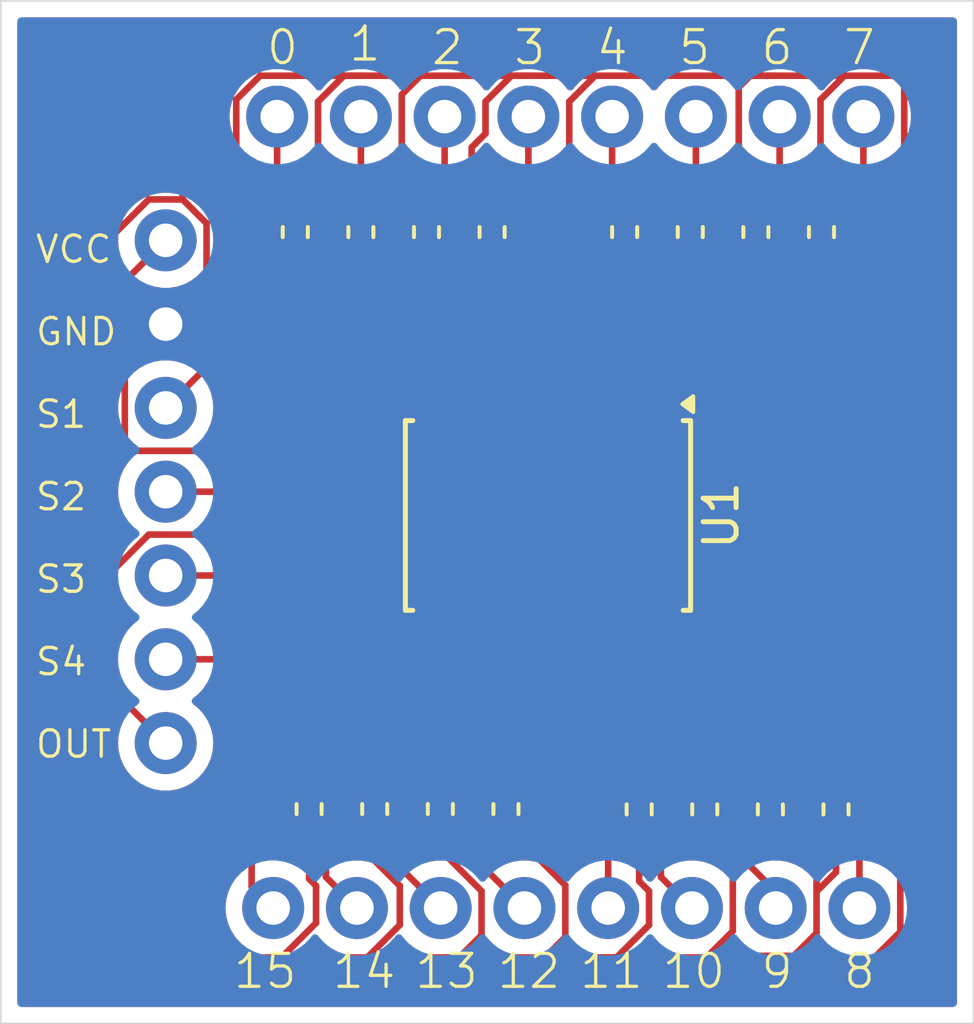
<source format=kicad_pcb>
(kicad_pcb (version 20240108) (generator "pcbnew") (generator_version "8.0")
  (layers (0 "F.Cu" signal) (31 "B.Cu" signal) (34 "B.Paste" user) (35 "F.Paste" user) (36 "B.SilkS" user "B.Silkscreen") (37 "F.SilkS" user "F.Silkscreen") (38 "B.Mask" user) (39 "F.Mask" user) (44 "Edge.Cuts" user))
  (net 0 "")
  (net 1 "/IN3")
  (net 2 "/IN7")
  (net 3 "/IN6")
  (net 4 "/IN0")
  (net 5 "/IN1")
  (net 6 "/IN2")
  (net 7 "/IN5")
  (net 8 "/IN4")
  (net 9 "/IN12")
  (net 10 "/IN13")
  (net 11 "/IN11")
  (net 12 "/IN9")
  (net 13 "/IN8")
  (net 14 "/IN10")
  (net 15 "/IN15")
  (net 16 "/IN14")
  (net 17 "/GND")
  (net 18 "/S1")
  (net 19 "/S4")
  (net 20 "/OUT")
  (net 21 "/VCC")
  (net 22 "/S2")
  (net 23 "/S3")
  (footprint "SparkFun-Resistor:R_0402_1005Metric" (layer "F.Cu") (at 87.86 63.51 -90)
    (property "Reference" "R12")
    (property "Value" "1k")
    (fp_line (start -0.153641 0.38) (end 0.153641 0.38) (stroke (width 0.12)) (layer "F.SilkS"))
    (fp_line (start -0.153641 -0.38) (end 0.153641 -0.38) (stroke (width 0.12)) (layer "F.SilkS"))
    (pad "1" smd roundrect (at -0.51 0 270) (size 0.54 0.64) (layers "F.Cu" "F.Paste" "F.Mask") (net 11 "/IN11"))
    (pad "2" smd roundrect (at 0.51 0 270) (size 0.54 0.64) (layers "F.Cu" "F.Paste" "F.Mask") (net 17 "/GND"))
  )
  (footprint "SparkFun-Connector:1x07" (layer "F.Cu") (at 73.5 61.5 90)
    (property "Reference" "J3")
    (property "Value" "Conn_01x07")
    (pad "1" thru_hole circle (at 0 0 180) (size 1.8796 1.8796) (drill 1.016) (layers "*.Cu" "*.Mask") (net 20 "/OUT"))
    (pad "2" thru_hole circle (at 2.54 0 180) (size 1.8796 1.8796) (drill 1.016) (layers "*.Cu" "*.Mask") (net 19 "/S4"))
    (pad "3" thru_hole circle (at 5.08 0 180) (size 1.8796 1.8796) (drill 1.016) (layers "*.Cu" "*.Mask") (net 23 "/S3"))
    (pad "4" thru_hole circle (at 7.62 0 180) (size 1.8796 1.8796) (drill 1.016) (layers "*.Cu" "*.Mask") (net 22 "/S2"))
    (pad "5" thru_hole circle (at 10.16 0 180) (size 1.8796 1.8796) (drill 1.016) (layers "*.Cu" "*.Mask") (net 18 "/S1"))
    (pad "6" thru_hole circle (at 12.7 0 180) (size 1.8796 1.8796) (drill 1.016) (layers "*.Cu" "*.Mask") (net 17 "/GND"))
    (pad "7" thru_hole circle (at 15.24 0 180) (size 1.8796 1.8796) (drill 1.016) (layers "*.Cu" "*.Mask") (net 21 "/VCC"))
  )
  (footprint "SparkFun-Resistor:R_0402_1005Metric" (layer "F.Cu") (at 79.84 63.5 -90)
    (property "Reference" "R15")
    (property "Value" "1k")
    (fp_line (start -0.153641 0.38) (end 0.153641 0.38) (stroke (width 0.12)) (layer "F.SilkS"))
    (fp_line (start -0.153641 -0.38) (end 0.153641 -0.38) (stroke (width 0.12)) (layer "F.SilkS"))
    (pad "1" smd roundrect (at -0.51 0 270) (size 0.54 0.64) (layers "F.Cu" "F.Paste" "F.Mask") (net 16 "/IN14"))
    (pad "2" smd roundrect (at 0.51 0 270) (size 0.54 0.64) (layers "F.Cu" "F.Paste" "F.Mask") (net 17 "/GND"))
  )
  (footprint "SparkFun-Resistor:R_0402_1005Metric" (layer "F.Cu") (at 89.41 46.01 90)
    (property "Reference" "R6")
    (property "Value" "1k")
    (fp_line (start -0.153641 -0.38) (end 0.153641 -0.38) (stroke (width 0.12)) (layer "F.SilkS"))
    (fp_line (start -0.153641 0.38) (end 0.153641 0.38) (stroke (width 0.12)) (layer "F.SilkS"))
    (pad "1" smd roundrect (at -0.51 0 90) (size 0.54 0.64) (layers "F.Cu" "F.Paste" "F.Mask") (net 17 "/GND"))
    (pad "2" smd roundrect (at 0.51 0 90) (size 0.54 0.64) (layers "F.Cu" "F.Paste" "F.Mask") (net 7 "/IN5"))
  )
  (footprint "Package_SO:SSOP-24_5.3x8.2mm_P0.65mm" (layer "F.Cu") (at 85.095 54.6 -90)
    (property "Reference" "U1" (at 0 -5.25 90) (layer "F.SilkS"))
    (property "Value" "CD74HC4067SM")
    (fp_line (start -2.875 4.325) (end 2.875 4.325) (stroke (width 0.15)) (layer "F.SilkS"))
    (fp_line (start -2.875 4.325) (end -2.875 4.1) (stroke (width 0.15)) (layer "F.SilkS"))
    (fp_line (start 2.875 4.325) (end 2.875 4.1) (stroke (width 0.15)) (layer "F.SilkS"))
    (fp_line (start -2.875 -4.325) (end -2.875 -4.1) (stroke (width 0.15)) (layer "F.SilkS"))
    (fp_line (start -2.875 -4.325) (end 2.875 -4.325) (stroke (width 0.15)) (layer "F.SilkS"))
    (fp_line (start 2.875 -4.325) (end 2.875 -4.1) (stroke (width 0.15)) (layer "F.SilkS"))
    (fp_poly (pts (xy -3.375 -4.075) (xy -3.615 -4.405) (xy -3.135 -4.405) (xy -3.375 -4.075)) (stroke (width 0.12)) (fill solid) (layer "F.SilkS"))
    (pad "1" smd rect (at -3.6 -3.575 270) (size 1.75 0.45) (layers "F.Cu" "F.Paste" "F.Mask") (net 20 "/OUT"))
    (pad "2" smd rect (at -3.6 -2.925 270) (size 1.75 0.45) (layers "F.Cu" "F.Paste" "F.Mask") (net 2 "/IN7"))
    (pad "3" smd rect (at -3.6 -2.275 270) (size 1.75 0.45) (layers "F.Cu" "F.Paste" "F.Mask") (net 3 "/IN6"))
    (pad "4" smd rect (at -3.6 -1.625 270) (size 1.75 0.45) (layers "F.Cu" "F.Paste" "F.Mask") (net 7 "/IN5"))
    (pad "5" smd rect (at -3.6 -0.975 270) (size 1.75 0.45) (layers "F.Cu" "F.Paste" "F.Mask") (net 8 "/IN4"))
    (pad "6" smd rect (at -3.6 -0.325 270) (size 1.75 0.45) (layers "F.Cu" "F.Paste" "F.Mask") (net 1 "/IN3"))
    (pad "7" smd rect (at -3.6 0.325 270) (size 1.75 0.45) (layers "F.Cu" "F.Paste" "F.Mask") (net 6 "/IN2"))
    (pad "8" smd rect (at -3.6 0.975 270) (size 1.75 0.45) (layers "F.Cu" "F.Paste" "F.Mask") (net 5 "/IN1"))
    (pad "9" smd rect (at -3.6 1.625 270) (size 1.75 0.45) (layers "F.Cu" "F.Paste" "F.Mask") (net 4 "/IN0"))
    (pad "10" smd rect (at -3.6 2.275 270) (size 1.75 0.45) (layers "F.Cu" "F.Paste" "F.Mask") (net 18 "/S1"))
    (pad "11" smd rect (at -3.6 2.925 270) (size 1.75 0.45) (layers "F.Cu" "F.Paste" "F.Mask") (net 22 "/S2"))
    (pad "12" smd rect (at -3.6 3.575 270) (size 1.75 0.45) (layers "F.Cu" "F.Paste" "F.Mask") (net 17 "/GND"))
    (pad "13" smd rect (at 3.6 3.575 270) (size 1.75 0.45) (layers "F.Cu" "F.Paste" "F.Mask") (net 19 "/S4"))
    (pad "14" smd rect (at 3.6 2.925 270) (size 1.75 0.45) (layers "F.Cu" "F.Paste" "F.Mask") (net 23 "/S3"))
    (pad "15" smd rect (at 3.6 2.275 270) (size 1.75 0.45) (layers "F.Cu" "F.Paste" "F.Mask") (net 17 "/GND"))
    (pad "16" smd rect (at 3.6 1.625 270) (size 1.75 0.45) (layers "F.Cu" "F.Paste" "F.Mask") (net 15 "/IN15"))
    (pad "17" smd rect (at 3.6 0.975 270) (size 1.75 0.45) (layers "F.Cu" "F.Paste" "F.Mask") (net 16 "/IN14"))
    (pad "18" smd rect (at 3.6 0.325 270) (size 1.75 0.45) (layers "F.Cu" "F.Paste" "F.Mask") (net 10 "/IN13"))
    (pad "19" smd rect (at 3.6 -0.325 270) (size 1.75 0.45) (layers "F.Cu" "F.Paste" "F.Mask") (net 9 "/IN12"))
    (pad "20" smd rect (at 3.6 -0.975 270) (size 1.75 0.45) (layers "F.Cu" "F.Paste" "F.Mask") (net 11 "/IN11"))
    (pad "21" smd rect (at 3.6 -1.625 270) (size 1.75 0.45) (layers "F.Cu" "F.Paste" "F.Mask") (net 14 "/IN10"))
    (pad "22" smd rect (at 3.6 -2.275 270) (size 1.75 0.45) (layers "F.Cu" "F.Paste" "F.Mask") (net 12 "/IN9"))
    (pad "23" smd rect (at 3.6 -2.925 270) (size 1.75 0.45) (layers "F.Cu" "F.Paste" "F.Mask") (net 13 "/IN8"))
    (pad "24" smd rect (at 3.6 -3.575 270) (size 1.75 0.45) (layers "F.Cu" "F.Paste" "F.Mask") (net 21 "/VCC"))
  )
  (footprint "SparkFun-Resistor:R_0402_1005Metric" (layer "F.Cu") (at 77.85 63.5 -90)
    (property "Reference" "R16")
    (property "Value" "1k")
    (fp_line (start -0.153641 0.38) (end 0.153641 0.38) (stroke (width 0.12)) (layer "F.SilkS"))
    (fp_line (start -0.153641 -0.38) (end 0.153641 -0.38) (stroke (width 0.12)) (layer "F.SilkS"))
    (pad "1" smd roundrect (at -0.51 0 270) (size 0.54 0.64) (layers "F.Cu" "F.Paste" "F.Mask") (net 15 "/IN15"))
    (pad "2" smd roundrect (at 0.51 0 270) (size 0.54 0.64) (layers "F.Cu" "F.Paste" "F.Mask") (net 17 "/GND"))
  )
  (footprint "SparkFun-Resistor:R_0402_1005Metric" (layer "F.Cu") (at 83.4 46.01 90)
    (property "Reference" "R4")
    (property "Value" "1k")
    (fp_line (start -0.153641 -0.38) (end 0.153641 -0.38) (stroke (width 0.12)) (layer "F.SilkS"))
    (fp_line (start -0.153641 0.38) (end 0.153641 0.38) (stroke (width 0.12)) (layer "F.SilkS"))
    (pad "1" smd roundrect (at -0.51 0 90) (size 0.54 0.64) (layers "F.Cu" "F.Paste" "F.Mask") (net 17 "/GND"))
    (pad "2" smd roundrect (at 0.51 0 90) (size 0.54 0.64) (layers "F.Cu" "F.Paste" "F.Mask") (net 1 "/IN3"))
  )
  (footprint "SparkFun-Resistor:R_0402_1005Metric" (layer "F.Cu") (at 79.42 46.01 90)
    (property "Reference" "R2")
    (property "Value" "1k")
    (fp_line (start -0.153641 -0.38) (end 0.153641 -0.38) (stroke (width 0.12)) (layer "F.SilkS"))
    (fp_line (start -0.153641 0.38) (end 0.153641 0.38) (stroke (width 0.12)) (layer "F.SilkS"))
    (pad "1" smd roundrect (at -0.51 0 90) (size 0.54 0.64) (layers "F.Cu" "F.Paste" "F.Mask") (net 17 "/GND"))
    (pad "2" smd roundrect (at 0.51 0 90) (size 0.54 0.64) (layers "F.Cu" "F.Paste" "F.Mask") (net 5 "/IN1"))
  )
  (footprint "SparkFun-Resistor:R_0402_1005Metric" (layer "F.Cu") (at 81.83 63.5 -90)
    (property "Reference" "R14")
    (property "Value" "1k")
    (fp_line (start -0.153641 0.38) (end 0.153641 0.38) (stroke (width 0.12)) (layer "F.SilkS"))
    (fp_line (start -0.153641 -0.38) (end 0.153641 -0.38) (stroke (width 0.12)) (layer "F.SilkS"))
    (pad "1" smd roundrect (at -0.51 0 270) (size 0.54 0.64) (layers "F.Cu" "F.Paste" "F.Mask") (net 10 "/IN13"))
    (pad "2" smd roundrect (at 0.51 0 270) (size 0.54 0.64) (layers "F.Cu" "F.Paste" "F.Mask") (net 17 "/GND"))
  )
  (footprint "SparkFun-Resistor:R_0402_1005Metric" (layer "F.Cu") (at 91.4 46.01 90)
    (property "Reference" "R7")
    (property "Value" "1k")
    (fp_line (start -0.153641 -0.38) (end 0.153641 -0.38) (stroke (width 0.12)) (layer "F.SilkS"))
    (fp_line (start -0.153641 0.38) (end 0.153641 0.38) (stroke (width 0.12)) (layer "F.SilkS"))
    (pad "1" smd roundrect (at -0.51 0 90) (size 0.54 0.64) (layers "F.Cu" "F.Paste" "F.Mask") (net 17 "/GND"))
    (pad "2" smd roundrect (at 0.51 0 90) (size 0.54 0.64) (layers "F.Cu" "F.Paste" "F.Mask") (net 3 "/IN6"))
  )
  (footprint "SparkFun-Resistor:R_0402_1005Metric" (layer "F.Cu") (at 93.83 63.51 -90)
    (property "Reference" "R9")
    (property "Value" "1k")
    (fp_line (start -0.153641 0.38) (end 0.153641 0.38) (stroke (width 0.12)) (layer "F.SilkS"))
    (fp_line (start -0.153641 -0.38) (end 0.153641 -0.38) (stroke (width 0.12)) (layer "F.SilkS"))
    (pad "1" smd roundrect (at -0.51 0 270) (size 0.54 0.64) (layers "F.Cu" "F.Paste" "F.Mask") (net 13 "/IN8"))
    (pad "2" smd roundrect (at 0.51 0 270) (size 0.54 0.64) (layers "F.Cu" "F.Paste" "F.Mask") (net 17 "/GND"))
  )
  (footprint "SparkFun-Resistor:R_0402_1005Metric" (layer "F.Cu") (at 93.39 46.01 90)
    (property "Reference" "R8")
    (property "Value" "1k")
    (fp_line (start -0.153641 -0.38) (end 0.153641 -0.38) (stroke (width 0.12)) (layer "F.SilkS"))
    (fp_line (start -0.153641 0.38) (end 0.153641 0.38) (stroke (width 0.12)) (layer "F.SilkS"))
    (pad "1" smd roundrect (at -0.51 0 90) (size 0.54 0.64) (layers "F.Cu" "F.Paste" "F.Mask") (net 17 "/GND"))
    (pad "2" smd roundrect (at 0.51 0 90) (size 0.54 0.64) (layers "F.Cu" "F.Paste" "F.Mask") (net 2 "/IN7"))
  )
  (footprint "SparkFun-Resistor:R_0402_1005Metric" (layer "F.Cu") (at 89.85 63.51 -90)
    (property "Reference" "R11")
    (property "Value" "1k")
    (fp_line (start -0.153641 0.38) (end 0.153641 0.38) (stroke (width 0.12)) (layer "F.SilkS"))
    (fp_line (start -0.153641 -0.38) (end 0.153641 -0.38) (stroke (width 0.12)) (layer "F.SilkS"))
    (pad "1" smd roundrect (at -0.51 0 270) (size 0.54 0.64) (layers "F.Cu" "F.Paste" "F.Mask") (net 14 "/IN10"))
    (pad "2" smd roundrect (at 0.51 0 270) (size 0.54 0.64) (layers "F.Cu" "F.Paste" "F.Mask") (net 17 "/GND"))
  )
  (footprint "SparkFun-Resistor:R_0402_1005Metric" (layer "F.Cu") (at 87.42 46.01 90)
    (property "Reference" "R5")
    (property "Value" "1k")
    (fp_line (start -0.153641 -0.38) (end 0.153641 -0.38) (stroke (width 0.12)) (layer "F.SilkS"))
    (fp_line (start -0.153641 0.38) (end 0.153641 0.38) (stroke (width 0.12)) (layer "F.SilkS"))
    (pad "1" smd roundrect (at -0.51 0 90) (size 0.54 0.64) (layers "F.Cu" "F.Paste" "F.Mask") (net 17 "/GND"))
    (pad "2" smd roundrect (at 0.51 0 90) (size 0.54 0.64) (layers "F.Cu" "F.Paste" "F.Mask") (net 8 "/IN4"))
  )
  (footprint "SparkFun-Resistor:R_0402_1005Metric" (layer "F.Cu") (at 81.41 46.01 90)
    (property "Reference" "R3")
    (property "Value" "1k")
    (fp_line (start -0.153641 -0.38) (end 0.153641 -0.38) (stroke (width 0.12)) (layer "F.SilkS"))
    (fp_line (start -0.153641 0.38) (end 0.153641 0.38) (stroke (width 0.12)) (layer "F.SilkS"))
    (pad "1" smd roundrect (at -0.51 0 90) (size 0.54 0.64) (layers "F.Cu" "F.Paste" "F.Mask") (net 17 "/GND"))
    (pad "2" smd roundrect (at 0.51 0 90) (size 0.54 0.64) (layers "F.Cu" "F.Paste" "F.Mask") (net 6 "/IN2"))
  )
  (footprint "SparkFun-Resistor:R_0402_1005Metric" (layer "F.Cu") (at 91.84 63.51 -90)
    (property "Reference" "R10")
    (property "Value" "1k")
    (fp_line (start -0.153641 0.38) (end 0.153641 0.38) (stroke (width 0.12)) (layer "F.SilkS"))
    (fp_line (start -0.153641 -0.38) (end 0.153641 -0.38) (stroke (width 0.12)) (layer "F.SilkS"))
    (pad "1" smd roundrect (at -0.51 0 270) (size 0.54 0.64) (layers "F.Cu" "F.Paste" "F.Mask") (net 12 "/IN9"))
    (pad "2" smd roundrect (at 0.51 0 270) (size 0.54 0.64) (layers "F.Cu" "F.Paste" "F.Mask") (net 17 "/GND"))
  )
  (footprint "SparkFun-Connector:1x08" (layer "F.Cu") (at 76.88 42.51)
    (property "Reference" "J1")
    (property "Value" "Conn_01x08")
    (pad "1" thru_hole circle (at 0 0 90) (size 1.8796 1.8796) (drill 1.016) (layers "*.Cu" "*.Mask") (net 4 "/IN0"))
    (pad "2" thru_hole circle (at 2.54 0 90) (size 1.8796 1.8796) (drill 1.016) (layers "*.Cu" "*.Mask") (net 5 "/IN1"))
    (pad "3" thru_hole circle (at 5.08 0 90) (size 1.8796 1.8796) (drill 1.016) (layers "*.Cu" "*.Mask") (net 6 "/IN2"))
    (pad "4" thru_hole circle (at 7.62 0 90) (size 1.8796 1.8796) (drill 1.016) (layers "*.Cu" "*.Mask") (net 1 "/IN3"))
    (pad "5" thru_hole circle (at 10.16 0 90) (size 1.8796 1.8796) (drill 1.016) (layers "*.Cu" "*.Mask") (net 8 "/IN4"))
    (pad "6" thru_hole circle (at 12.7 0 90) (size 1.8796 1.8796) (drill 1.016) (layers "*.Cu" "*.Mask") (net 7 "/IN5"))
    (pad "7" thru_hole circle (at 15.24 0 90) (size 1.8796 1.8796) (drill 1.016) (layers "*.Cu" "*.Mask") (net 3 "/IN6"))
    (pad "8" thru_hole circle (at 17.78 0 90) (size 1.8796 1.8796) (drill 1.016) (layers "*.Cu" "*.Mask") (net 2 "/IN7"))
  )
  (footprint "SparkFun-Resistor:R_0402_1005Metric" (layer "F.Cu") (at 83.82 63.5 -90)
    (property "Reference" "R13")
    (property "Value" "1k")
    (fp_line (start -0.153641 0.38) (end 0.153641 0.38) (stroke (width 0.12)) (layer "F.SilkS"))
    (fp_line (start -0.153641 -0.38) (end 0.153641 -0.38) (stroke (width 0.12)) (layer "F.SilkS"))
    (pad "1" smd roundrect (at -0.51 0 270) (size 0.54 0.64) (layers "F.Cu" "F.Paste" "F.Mask") (net 9 "/IN12"))
    (pad "2" smd roundrect (at 0.51 0 270) (size 0.54 0.64) (layers "F.Cu" "F.Paste" "F.Mask") (net 17 "/GND"))
  )
  (footprint "SparkFun-Connector:1x08" (layer "F.Cu") (at 94.54 66.5 180)
    (property "Reference" "J2" (hide yes))
    (property "Value" "Conn_01x08")
    (pad "1" thru_hole circle (at 0 0 270) (size 1.8796 1.8796) (drill 1.016) (layers "*.Cu" "*.Mask") (net 13 "/IN8"))
    (pad "2" thru_hole circle (at 2.54 0 270) (size 1.8796 1.8796) (drill 1.016) (layers "*.Cu" "*.Mask") (net 12 "/IN9"))
    (pad "3" thru_hole circle (at 5.08 0 270) (size 1.8796 1.8796) (drill 1.016) (layers "*.Cu" "*.Mask") (net 14 "/IN10"))
    (pad "4" thru_hole circle (at 7.62 0 270) (size 1.8796 1.8796) (drill 1.016) (layers "*.Cu" "*.Mask") (net 11 "/IN11"))
    (pad "5" thru_hole circle (at 10.16 0 270) (size 1.8796 1.8796) (drill 1.016) (layers "*.Cu" "*.Mask") (net 9 "/IN12"))
    (pad "6" thru_hole circle (at 12.7 0 270) (size 1.8796 1.8796) (drill 1.016) (layers "*.Cu" "*.Mask") (net 10 "/IN13"))
    (pad "7" thru_hole circle (at 15.24 0 270) (size 1.8796 1.8796) (drill 1.016) (layers "*.Cu" "*.Mask") (net 16 "/IN14"))
    (pad "8" thru_hole circle (at 17.78 0 270) (size 1.8796 1.8796) (drill 1.016) (layers "*.Cu" "*.Mask") (net 15 "/IN15"))
  )
  (footprint "SparkFun-Resistor:R_0402_1005Metric" (layer "F.Cu") (at 77.43 46.01 90)
    (property "Reference" "R1")
    (property "Value" "1k")
    (fp_line (start -0.153641 -0.38) (end 0.153641 -0.38) (stroke (width 0.12)) (layer "F.SilkS"))
    (fp_line (start -0.153641 0.38) (end 0.153641 0.38) (stroke (width 0.12)) (layer "F.SilkS"))
    (pad "1" smd roundrect (at -0.51 0 90) (size 0.54 0.64) (layers "F.Cu" "F.Paste" "F.Mask") (net 17 "/GND"))
    (pad "2" smd roundrect (at 0.51 0 90) (size 0.54 0.64) (layers "F.Cu" "F.Paste" "F.Mask") (net 4 "/IN0"))
  )
  (gr_rect (start 68.5 39) (end 98 70) (stroke (width 0.05)) (fill none) (layer "Edge.Cuts"))
  (gr_text "GND" (at 69.5 49.5 0) (layer "F.SilkS") (effects (font (size 0.8 0.8) (thickness 0.1)) (justify left bottom)))
  (gr_text "VCC" (at 69.5 47 0) (layer "F.SilkS") (effects (font (size 0.8 0.8) (thickness 0.1)) (justify left bottom)))
  (gr_text "OUT" (at 69.5 62 0) (layer "F.SilkS") (effects (font (size 0.8 0.8) (thickness 0.1)) (justify left bottom)))
  (gr_text "9" (at 91.5 69 0) (layer "F.SilkS") (effects (font (size 1 1) (thickness 0.1)) (justify left bottom)))
  (gr_text "10" (at 88.5 69 0) (layer "F.SilkS") (effects (font (size 1 1) (thickness 0.1)) (justify left bottom)))
  (gr_text "S3" (at 69.5 57 0) (layer "F.SilkS") (effects (font (size 0.8 0.8) (thickness 0.1)) (justify left bottom)))
  (gr_text "7" (at 94 41 0) (layer "F.SilkS") (effects (font (size 1 1) (thickness 0.1)) (justify left bottom)))
  (gr_text "13" (at 81 69 0) (layer "F.SilkS") (effects (font (size 1 1) (thickness 0.1)) (justify left bottom)))
  (gr_text "5" (at 89 41 0) (layer "F.SilkS") (effects (font (size 1 1) (thickness 0.1)) (justify left bottom)))
  (gr_text "12" (at 83.5 69 0) (layer "F.SilkS") (effects (font (size 1 1) (thickness 0.1)) (justify left bottom)))
  (gr_text "0" (at 76.5 41 0) (layer "F.SilkS") (effects (font (size 1 1) (thickness 0.1)) (justify left bottom)))
  (gr_text "8" (at 94 69 0) (layer "F.SilkS") (effects (font (size 1 1) (thickness 0.1)) (justify left bottom)))
  (gr_text "S4" (at 69.5 59.5 0) (layer "F.SilkS") (effects (font (size 0.8 0.8) (thickness 0.1)) (justify left bottom)))
  (gr_text "6" (at 91.5 41 0) (layer "F.SilkS") (effects (font (size 1 1) (thickness 0.1)) (justify left bottom)))
  (gr_text "S2" (at 69.5 54.5 0) (layer "F.SilkS") (effects (font (size 0.8 0.8) (thickness 0.1)) (justify left bottom)))
  (gr_text "3" (at 84 41 0) (layer "F.SilkS") (effects (font (size 1 1) (thickness 0.1)) (justify left bottom)))
  (gr_text "1\n\n" (at 79 42.5 0) (layer "F.SilkS") (effects (font (size 1 1) (thickness 0.1)) (justify left bottom)))
  (gr_text "15" (at 75.5 69 0) (layer "F.SilkS") (effects (font (size 1 1) (thickness 0.1)) (justify left bottom)))
  (gr_text "14" (at 78.5 69 0) (layer "F.SilkS") (effects (font (size 1 1) (thickness 0.1)) (justify left bottom)))
  (gr_text "11" (at 86 69 0) (layer "F.SilkS") (effects (font (size 1 1) (thickness 0.1)) (justify left bottom)))
  (gr_text "4" (at 86.5 41 0) (layer "F.SilkS") (effects (font (size 1 1) (thickness 0.1)) (justify left bottom)))
  (gr_text "S1" (at 69.5 52 0) (layer "F.SilkS") (effects (font (size 0.8 0.8) (thickness 0.1)) (justify left bottom)))
  (gr_text "2" (at 81.5 41 0) (layer "F.SilkS") (effects (font (size 1 1) (thickness 0.1)) (justify left bottom)))
  (segment (start 83.4 45.5) (end 84.02 46.12) (width 0.2) (layer "F.Cu") (net 1))
  (segment (start 84.02 46.12) (end 84.02 46.98) (width 0.2) (layer "F.Cu") (net 1))
  (segment (start 84.5 42.51) (end 84.5 44.4) (width 0.2) (layer "F.Cu") (net 1))
  (segment (start 84.5 44.4) (end 83.4 45.5) (width 0.2) (layer "F.Cu") (net 1))
  (segment (start 85.42 48.38) (end 85.42 51) (width 0.2) (layer "F.Cu") (net 1))
  (segment (start 84.02 46.98) (end 85.42 48.38) (width 0.2) (layer "F.Cu") (net 1))
  (segment (start 94.66 44.23) (end 93.39 45.5) (width 0.2) (layer "F.Cu") (net 2))
  (segment (start 93.39 45.5) (end 89.065 49.825) (width 0.2) (layer "F.Cu") (net 2))
  (segment (start 88.12 49.825) (end 88.02 49.925) (width 0.2) (layer "F.Cu") (net 2))
  (segment (start 89.065 49.825) (end 88.12 49.825) (width 0.2) (layer "F.Cu") (net 2))
  (segment (start 94.66 42.51) (end 94.66 44.23) (width 0.2) (layer "F.Cu") (net 2))
  (segment (start 88.02 49.925) (end 88.02 51) (width 0.2) (layer "F.Cu") (net 2))
  (segment (start 89 48.29) (end 87.37 49.92) (width 0.2) (layer "F.Cu") (net 3))
  (segment (start 89 47.9) (end 89 48.29) (width 0.2) (layer "F.Cu") (net 3))
  (segment (start 91.4 45.5) (end 89 47.9) (width 0.2) (layer "F.Cu") (net 3))
  (segment (start 87.37 49.92) (end 87.37 51) (width 0.2) (layer "F.Cu") (net 3))
  (segment (start 92.12 42.51) (end 92.12 44.78) (width 0.2) (layer "F.Cu") (net 3))
  (segment (start 92.12 44.78) (end 91.4 45.5) (width 0.2) (layer "F.Cu") (net 3))
  (segment (start 82.61 49.065) (end 83.47 49.925) (width 0.2) (layer "F.Cu") (net 4))
  (segment (start 76.88 44.95) (end 77.43 45.5) (width 0.2) (layer "F.Cu") (net 4))
  (segment (start 80.995 49.065) (end 82.61 49.065) (width 0.2) (layer "F.Cu") (net 4))
  (segment (start 83.47 49.925) (end 83.47 51) (width 0.2) (layer "F.Cu") (net 4))
  (segment (start 76.88 42.51) (end 76.88 44.95) (width 0.2) (layer "F.Cu") (net 4))
  (segment (start 77.43 45.5) (end 80.995 49.065) (width 0.2) (layer "F.Cu") (net 4))
  (segment (start 81.59 47.09) (end 84.12 49.62) (width 0.2) (layer "F.Cu") (net 5))
  (segment (start 84.12 49.62) (end 84.12 51) (width 0.2) (layer "F.Cu") (net 5))
  (segment (start 81.01 47.09) (end 81.59 47.09) (width 0.2) (layer "F.Cu") (net 5))
  (segment (start 79.42 45.5) (end 81.01 47.09) (width 0.2) (layer "F.Cu") (net 5))
  (segment (start 79.42 42.51) (end 79.42 45.5) (width 0.2) (layer "F.Cu") (net 5))
  (segment (start 81.96 44.95) (end 81.41 45.5) (width 0.2) (layer "F.Cu") (net 6))
  (segment (start 81.96 42.51) (end 81.96 44.95) (width 0.2) (layer "F.Cu") (net 6))
  (segment (start 81.41 45.5) (end 84.77 48.86) (width 0.2) (layer "F.Cu") (net 6))
  (segment (start 84.77 48.86) (end 84.77 51) (width 0.2) (layer "F.Cu") (net 6))
  (segment (start 89.41 45.5) (end 88.5 46.41) (width 0.2) (layer "F.Cu") (net 7))
  (segment (start 89.58 45.33) (end 89.41 45.5) (width 0.2) (layer "F.Cu") (net 7))
  (segment (start 88.5 48.145) (end 86.72 49.925) (width 0.2) (layer "F.Cu") (net 7))
  (segment (start 89.58 42.51) (end 89.58 45.33) (width 0.2) (layer "F.Cu") (net 7))
  (segment (start 88.5 46.41) (end 88.5 48.145) (width 0.2) (layer "F.Cu") (net 7))
  (segment (start 86.72 49.925) (end 86.72 51) (width 0.2) (layer "F.Cu") (net 7))
  (segment (start 88.04 46.12) (end 88.04 47.955) (width 0.2) (layer "F.Cu") (net 8))
  (segment (start 87.42 45.5) (end 88.04 46.12) (width 0.2) (layer "F.Cu") (net 8))
  (segment (start 87.04 42.51) (end 87.04 45.12) (width 0.2) (layer "F.Cu") (net 8))
  (segment (start 88.04 47.955) (end 86.07 49.925) (width 0.2) (layer "F.Cu") (net 8))
  (segment (start 86.07 49.925) (end 86.07 51) (width 0.2) (layer "F.Cu") (net 8))
  (segment (start 87.04 45.12) (end 87.42 45.5) (width 0.2) (layer "F.Cu") (net 8))
  (segment (start 83.82 62.18) (end 85.42 60.58) (width 0.2) (layer "F.Cu") (net 9))
  (segment (start 83.82 62.99) (end 83.82 62.18) (width 0.2) (layer "F.Cu") (net 9))
  (segment (start 83.2 65.32) (end 83.2 63.61) (width 0.2) (layer "F.Cu") (net 9))
  (segment (start 83.2 63.61) (end 83.82 62.99) (width 0.2) (layer "F.Cu") (net 9))
  (segment (start 84.38 66.5) (end 83.2 65.32) (width 0.2) (layer "F.Cu") (net 9))
  (segment (start 85.42 60.58) (end 85.42 58.2) (width 0.2) (layer "F.Cu") (net 9))
  (segment (start 81.84 66.5) (end 80.570686 65.230686) (width 0.2) (layer "F.Cu") (net 10))
  (segment (start 80.570686 64.249314) (end 81.83 62.99) (width 0.2) (layer "F.Cu") (net 10))
  (segment (start 80.570686 65.230686) (end 80.570686 64.249314) (width 0.2) (layer "F.Cu") (net 10))
  (segment (start 81.83 62.99) (end 84.77 60.05) (width 0.2) (layer "F.Cu") (net 10))
  (segment (start 84.77 60.05) (end 84.77 58.2) (width 0.2) (layer "F.Cu") (net 10))
  (segment (start 87.86 63) (end 86.07 61.21) (width 0.2) (layer "F.Cu") (net 11))
  (segment (start 86.92 63.94) (end 87.86 63) (width 0.2) (layer "F.Cu") (net 11))
  (segment (start 86.92 66.5) (end 86.92 63.94) (width 0.2) (layer "F.Cu") (net 11))
  (segment (start 86.07 61.21) (end 86.07 58.2) (width 0.2) (layer "F.Cu") (net 11))
  (segment (start 91.095 63) (end 87.37 59.275) (width 0.2) (layer "F.Cu") (net 12))
  (segment (start 92 66) (end 91.22 65.22) (width 0.2) (layer "F.Cu") (net 12))
  (segment (start 91.22 63.62) (end 91.84 63) (width 0.2) (layer "F.Cu") (net 12))
  (segment (start 91.84 63) (end 91.095 63) (width 0.2) (layer "F.Cu") (net 12))
  (segment (start 92 66.5) (end 92 66) (width 0.2) (layer "F.Cu") (net 12))
  (segment (start 87.37 59.275) (end 87.37 58.2) (width 0.2) (layer "F.Cu") (net 12))
  (segment (start 91.22 65.22) (end 91.22 63.62) (width 0.2) (layer "F.Cu") (net 12))
  (segment (start 93.83 63) (end 90.205 59.375) (width 0.2) (layer "F.Cu") (net 13))
  (segment (start 94.54 66.5) (end 94.54 63.71) (width 0.2) (layer "F.Cu") (net 13))
  (segment (start 88.12 59.375) (end 88.02 59.275) (width 0.2) (layer "F.Cu") (net 13))
  (segment (start 88.02 59.275) (end 88.02 58.2) (width 0.2) (layer "F.Cu") (net 13))
  (segment (start 90.205 59.375) (end 88.12 59.375) (width 0.2) (layer "F.Cu") (net 13))
  (segment (start 94.54 63.71) (end 93.83 63) (width 0.2) (layer "F.Cu") (net 13))
  (segment (start 86.72 59.87) (end 86.72 58.2) (width 0.2) (layer "F.Cu") (net 14))
  (segment (start 89.85 63) (end 86.72 59.87) (width 0.2) (layer "F.Cu") (net 14))
  (segment (start 88.520201 65.560201) (end 88.520201 64.329799) (width 0.2) (layer "F.Cu") (net 14))
  (segment (start 88.520201 64.329799) (end 89.85 63) (width 0.2) (layer "F.Cu") (net 14))
  (segment (start 89.46 66.5) (end 88.520201 65.560201) (width 0.2) (layer "F.Cu") (net 14))
  (segment (start 76.106658 65.846658) (end 76.76 66.5) (width 0.2) (layer "F.Cu") (net 15))
  (segment (start 83.47 59.275) (end 83.47 58.2) (width 0.2) (layer "F.Cu") (net 15))
  (segment (start 76.106658 64.733342) (end 76.106658 65.846658) (width 0.2) (layer "F.Cu") (net 15))
  (segment (start 83.37 59.375) (end 83.47 59.275) (width 0.2) (layer "F.Cu") (net 15))
  (segment (start 77.85 62.99) (end 76.106658 64.733342) (width 0.2) (layer "F.Cu") (net 15))
  (segment (start 77.85 62.99) (end 81.465 59.375) (width 0.2) (layer "F.Cu") (net 15))
  (segment (start 81.465 59.375) (end 83.37 59.375) (width 0.2) (layer "F.Cu") (net 15))
  (segment (start 80.405 62.99) (end 84.12 59.275) (width 0.2) (layer "F.Cu") (net 16))
  (segment (start 79.84 62.99) (end 80.405 62.99) (width 0.2) (layer "F.Cu") (net 16))
  (segment (start 84.12 59.275) (end 84.12 58.2) (width 0.2) (layer "F.Cu") (net 16))
  (segment (start 79.3 66.5) (end 78.360201 65.560201) (width 0.2) (layer "F.Cu") (net 16))
  (segment (start 78.360201 64.469799) (end 79.84 62.99) (width 0.2) (layer "F.Cu") (net 16))
  (segment (start 78.360201 65.560201) (end 78.360201 64.469799) (width 0.2) (layer "F.Cu") (net 16))
  (segment (start 85 68) (end 82 68) (width 0.2) (layer "F.Cu") (net 17))
  (segment (start 91.2298 41.2702) (end 92 41.2702) (width 0.2) (layer "F.Cu") (net 17))
  (segment (start 79.613742 68) (end 80.6002 67.013542) (width 0.2) (layer "F.Cu") (net 17))
  (segment (start 96.9 40.9) (end 96.9 44.6) (width 0.2) (layer "F.Cu") (net 17))
  (segment (start 87.86 64.02) (end 87.86 65.686658) (width 0.2) (layer "F.Cu") (net 17))
  (segment (start 73.168628 68.8) (end 70 65.631372) (width 0.2) (layer "F.Cu") (net 17))
  (segment (start 79.5 41.2702) (end 81.2298 41.2702) (width 0.2) (layer "F.Cu") (net 17))
  (segment (start 85.7398 44.8398) (end 85.7398 42.056858) (width 0.2) (layer "F.Cu") (net 17))
  (segment (start 88.1598 67.013542) (end 87.173342 68) (width 0.2) (layer "F.Cu") (net 17))
  (segment (start 70 48.006658) (end 72.986458 45.0202) (width 0.2) (layer "F.Cu") (net 17))
  (segment (start 93.2398 67.2602) (end 92.55 67.95) (width 0.2) (layer "F.Cu") (net 17))
  (segment (start 78.906458 41.2702) (end 79.5 41.2702) (width 0.2) (layer "F.Cu") (net 17))
  (segment (start 81.2298 41.2702) (end 84.5 41.2702) (width 0.2) (layer "F.Cu") (net 17))
  (segment (start 72.2602 52.5202) (end 72.3802 52.6402) (width 0.2) (layer "F.Cu") (net 17))
  (segment (start 87.86 65.686658) (end 88.1598 65.986458) (width 0.2) (layer "F.Cu") (net 17))
  (segment (start 73.5 48.8) (end 71.4602 50.8398) (width 0.2) (layer "F.Cu") (net 17))
  (segment (start 82.82 57.125) (end 83.345 56.6) (width 0.2) (layer "F.Cu") (net 17))
  (segment (start 92.55 67.95) (end 89.95 67.95) (width 0.2) (layer "F.Cu") (net 17))
  (segment (start 82 68) (end 79.613742 68) (width 0.2) (layer "F.Cu") (net 17))
  (segment (start 82.78 43.443342) (end 83.1998 43.023542) (width 0.2) (layer "F.Cu") (net 17))
  (segment (start 77.43 46.52) (end 75.6402 44.7302) (width 0.2) (layer "F.Cu") (net 17))
  (segment (start 78.1198 45.2198) (end 78.1198 42.056858) (width 0.2) (layer "F.Cu") (net 17))
  (segment (start 90.6998 67.2002) (end 89.95 67.95) (width 0.2) (layer "F.Cu") (net 17))
  (segment (start 82.82 58.2) (end 82.82 57.125) (width 0.2) (layer "F.Cu") (net 17))
  (segment (start 89.41 46.52) (end 90.8802 45.0498) (width 0.2) (layer "F.Cu") (net 17))
  (segment (start 80.6002 67.013542) (end 80.6002 65.825886) (width 0.2) (layer "F.Cu") (net 17))
  (segment (start 83.0798 67.3202) (end 82.4 68) (width 0.2) (layer "F.Cu") (net 17))
  (segment (start 71.4602 50.8398) (end 71.4602 65.9602) (width 0.2) (layer "F.Cu") (net 17))
  (segment (start 82.4 68) (end 82 68) (width 0.2) (layer "F.Cu") (net 17))
  (segment (start 93.2398 65.4198) (end 93.2398 66) (width 0.2) (layer "F.Cu") (net 17))
  (segment (start 75.6402 41.996458) (end 76.366458 41.2702) (width 0.2) (layer "F.Cu") (net 17))
  (segment (start 80.6002 65.825886) (end 79.84 65.065686) (width 0.2) (layer "F.Cu") (net 17))
  (segment (start 83.1998 43.023542) (end 83.1998 42.056858) (width 0.2) (layer "F.Cu") (net 17))
  (segment (start 89.95 67.95) (end 89.9 68) (width 0.2) (layer "F.Cu") (net 17))
  (segment (start 91.84 64.02) (end 93.2398 65.4198) (width 0.2) (layer "F.Cu") (net 17))
  (segment (start 78.0602 65.825886) (end 77.85 65.615686) (width 0.2) (layer "F.Cu") (net 17))
  (segment (start 77.013342 68) (end 79.613742 68) (width 0.2) (layer "F.Cu") (net 17))
  (segment (start 86.5 68) (end 85 68) (width 0.2) (layer "F.Cu") (net 17))
  (segment (start 94.98 46.52) (end 93.39 46.52) (width 0.2) (layer "F.Cu") (net 17))
  (segment (start 89.165686 56.6) (end 96.1798 63.614115) (width 0.2) (layer "F.Cu") (net 17))
  (segment (start 81.83 64.01) (end 81.83 64.736658) (width 0.2) (layer "F.Cu") (net 17))
  (segment (start 93.83 65.4098) (end 93.2398 66) (width 0.2) (layer "F.Cu") (net 17))
  (segment (start 83.1998 42.056858) (end 83.986458 41.2702) (width 0.2) (layer "F.Cu") (net 17))
  (segment (start 87.173342 68) (end 86.5 68) (width 0.2) (layer "F.Cu") (net 17))
  (segment (start 93.3598 41.996458) (end 93.3598 44.5602) (width 0.2) (layer "F.Cu") (net 17))
  (segment (start 90.8802 41.6198) (end 91.2298 41.2702) (width 0.2) (layer "F.Cu") (net 17))
  (segment (start 74.7398 45.746458) (end 74.013542 45.0202) (width 0.2) (layer "F.Cu") (net 17))
  (segment (start 95.6702 41.2702) (end 94.086058 41.2702) (width 0.2) (layer "F.Cu") (net 17))
  (segment (start 90.6998 64.8698) (end 90.6998 67.2002) (width 0.2) (layer "F.Cu") (net 17))
  (segment (start 77.85 65.615686) (end 77.85 64.01) (width 0.2) (layer "F.Cu") (net 17))
  (segment (start 81.83 64.736658) (end 83.0798 65.986458) (width 0.2) (layer "F.Cu") (net 17))
  (segment (start 96.1798 67.385886) (end 94.765685 68.8) (width 0.2) (layer "F.Cu") (net 17))
  (segment (start 76.035088 40.4702) (end 96.4702 40.4702) (width 0.2) (layer "F.Cu") (net 17))
  (segment (start 83.345 56.6) (end 89.165686 56.6) (width 0.2) (layer "F.Cu") (net 17))
  (segment (start 94.086058 41.2702) (end 93.3598 41.996458) (width 0.2) (layer "F.Cu") (net 17))
  (segment (start 73.5 48.8) (end 74.7398 47.5602) (width 0.2) (layer "F.Cu") (net 17))
  (segment (start 70 65.631372) (end 70 48.006658) (width 0.2) (layer "F.Cu") (net 17))
  (segment (start 83.4 46.52) (end 82.78 45.9) (width 0.2) (layer "F.Cu") (net 17))
  (segment (start 83.0798 65.986458) (end 83.0798 67.3202) (width 0.2) (layer "F.Cu") (net 17))
  (segment (start 93.39 46.52) (end 95.8998 44.0102) (width 0.2) (layer "F.Cu") (net 17))
  (segment (start 72.3802 52.6402) (end 79.8798 52.6402) (width 0.2) (layer "F.Cu") (net 17))
  (segment (start 85.7398 42.056858) (end 86.526458 41.2702) (width 0.2) (layer "F.Cu") (net 17))
  (segment (start 73.5 68) (end 77.013342 68) (width 0.2) (layer "F.Cu") (net 17))
  (segment (start 83.986458 41.2702) (end 84.5 41.2702) (width 0.2) (layer "F.Cu") (net 17))
  (segment (start 71.4602 65.9602) (end 73.5 68) (width 0.2) (layer "F.Cu") (net 17))
  (segment (start 93.3598 44.5602) (end 91.4 46.52) (width 0.2) (layer "F.Cu") (net 17))
  (segment (start 74.013542 42.491746) (end 76.035088 40.4702) (width 0.2) (layer "F.Cu") (net 17))
  (segment (start 88.1598 65.986458) (end 88.1598 67.013542) (width 0.2) (layer "F.Cu") (net 17))
  (segment (start 80.6598 41.8402) (end 81.2298 41.2702) (width 0.2) (layer "F.Cu") (net 17))
  (segment (start 85.6198 65.8098) (end 85.6198 67.3802) (width 0.2) (layer "F.Cu") (net 17))
  (segment (start 86.526458 41.2702) (end 92 41.2702) (width 0.2) (layer "F.Cu") (net 17))
  (segment (start 96.1798 63.614115) (end 96.1798 67.385886) (width 0.2) (layer "F.Cu") (net 17))
  (segment (start 72.986458 45.0202) (end 74.013542 45.0202) (width 0.2) (layer "F.Cu") (net 17))
  (segment (start 72.2602 50.0398) (end 72.2602 52.5202) (width 0.2) (layer "F.Cu") (net 17))
  (segment (start 89.9 68) (end 86.5 68) (width 0.2) (layer "F.Cu") (net 17))
  (segment (start 75.6402 44.7302) (end 75.6402 41.996458) (width 0.2) (layer "F.Cu") (net 17))
  (segment (start 93.83 64.02) (end 93.83 65.4098) (width 0.2) (layer "F.Cu") (net 17))
  (segment (start 77.013342 68) (end 78.0602 66.953142) (width 0.2) (layer "F.Cu") (net 17))
  (segment (start 79.8798 52.6402) (end 81.52 51) (width 0.2) (layer "F.Cu") (net 17))
  (segment (start 93.2398 66) (end 93.2398 67.2602) (width 0.2) (layer "F.Cu") (net 17))
  (segment (start 95.8998 44.0102) (end 95.8998 41.4998) (width 0.2) (layer "F.Cu") (net 17))
  (segment (start 85.6198 67.3802) (end 85 68) (width 0.2) (layer "F.Cu") (net 17))
  (segment (start 87.42 46.52) (end 85.7398 44.8398) (width 0.2) (layer "F.Cu") (net 17))
  (segment (start 92 41.2702) (end 94.086058 41.2702) (width 0.2) (layer "F.Cu") (net 17))
  (segment (start 74.013542 45.0202) (end 74.013542 42.491746) (width 0.2) (layer "F.Cu") (net 17))
  (segment (start 84.5 41.2702) (end 86.526458 41.2702) (width 0.2) (layer "F.Cu") (net 17))
  (segment (start 94.765685 68.8) (end 73.168628 68.8) (width 0.2) (layer "F.Cu") (net 17))
  (segment (start 90.8802 45.0498) (end 90.8802 41.6198) (width 0.2) (layer "F.Cu") (net 17))
  (segment (start 81.41 46.52) (end 80.6598 45.7698) (width 0.2) (layer "F.Cu") (net 17))
  (segment (start 80.6598 45.7698) (end 80.6598 41.8402) (width 0.2) (layer "F.Cu") (net 17))
  (segment (start 79.84 65.065686) (end 79.84 64.01) (width 0.2) (layer "F.Cu") (net 17))
  (segment (start 89.85 64.02) (end 90.6998 64.8698) (width 0.2) (layer "F.Cu") (net 17))
  (segment (start 78.1198 42.056858) (end 78.906458 41.2702) (width 0.2) (layer "F.Cu") (net 17))
  (segment (start 81.52 51) (end 81.52 50.61) (width 0.2) (layer "F.Cu") (net 17))
  (segment (start 74.7398 47.5602) (end 74.7398 45.746458) (width 0.2) (layer "F.Cu") (net 17))
  (segment (start 79.42 46.52) (end 78.1198 45.2198) (width 0.2) (layer "F.Cu") (net 17))
  (segment (start 78.0602 66.953142) (end 78.0602 65.825886) (width 0.2) (layer "F.Cu") (net 17))
  (segment (start 96.4702 40.4702) (end 96.9 40.9) (width 0.2) (layer "F.Cu") (net 17))
  (segment (start 76.366458 41.2702) (end 79.5 41.2702) (width 0.2) (layer "F.Cu") (net 17))
  (segment (start 96.9 44.6) (end 94.98 46.52) (width 0.2) (layer "F.Cu") (net 17))
  (segment (start 73.5 48.8) (end 72.2602 50.0398) (width 0.2) (layer "F.Cu") (net 17))
  (segment (start 83.82 64.01) (end 85.6198 65.8098) (width 0.2) (layer "F.Cu") (net 17))
  (segment (start 95.8998 41.4998) (end 95.6702 41.2702) (width 0.2) (layer "F.Cu") (net 17))
  (segment (start 82.78 45.9) (end 82.78 43.443342) (width 0.2) (layer "F.Cu") (net 17))
  (segment (start 82.72 49.825) (end 82.82 49.925) (width 0.2) (layer "F.Cu") (net 18))
  (segment (start 82.82 49.925) (end 82.82 51) (width 0.2) (layer "F.Cu") (net 18))
  (segment (start 75.015 49.825) (end 82.72 49.825) (width 0.2) (layer "F.Cu") (net 18))
  (segment (start 73.5 51.34) (end 75.015 49.825) (width 0.2) (layer "F.Cu") (net 18))
  (segment (start 73.5 58.96) (end 80.76 58.96) (width 0.2) (layer "F.Cu") (net 19))
  (segment (start 80.76 58.96) (end 81.52 58.2) (width 0.2) (layer "F.Cu") (net 19))
  (segment (start 73.5 61.5) (end 71.8602 59.8602) (width 0.2) (layer "F.Cu") (net 20))
  (segment (start 72.986458 55.1802) (end 85.5648 55.1802) (width 0.2) (layer "F.Cu") (net 20))
  (segment (start 88.67 52.075) (end 88.67 51) (width 0.2) (layer "F.Cu") (net 20))
  (segment (start 71.8602 59.8602) (end 71.8602 56.306458) (width 0.2) (layer "F.Cu") (net 20))
  (segment (start 71.8602 56.306458) (end 72.986458 55.1802) (width 0.2) (layer "F.Cu") (net 20))
  (segment (start 85.5648 55.1802) (end 88.67 52.075) (width 0.2) (layer "F.Cu") (net 20))
  (segment (start 73.334314 68.4) (end 94.6 68.4) (width 0.2) (layer "F.Cu") (net 21))
  (segment (start 70.5 49.26) (end 70.5 65.565686) (width 0.2) (layer "F.Cu") (net 21))
  (segment (start 95.7798 67.2202) (end 95.7798 63.7798) (width 0.2) (layer "F.Cu") (net 21))
  (segment (start 73.5 46.26) (end 70.5 49.26) (width 0.2) (layer "F.Cu") (net 21))
  (segment (start 70.5 65.565686) (end 73.334314 68.4) (width 0.2) (layer "F.Cu") (net 21))
  (segment (start 94.6 68.4) (end 95.7798 67.2202) (width 0.2) (layer "F.Cu") (net 21))
  (segment (start 90.2 58.2) (end 88.67 58.2) (width 0.2) (layer "F.Cu") (net 21))
  (segment (start 95.7798 63.7798) (end 90.2 58.2) (width 0.2) (layer "F.Cu") (net 21))
  (segment (start 80.365 53.88) (end 82.17 52.075) (width 0.2) (layer "F.Cu") (net 22))
  (segment (start 73.5 53.88) (end 80.365 53.88) (width 0.2) (layer "F.Cu") (net 22))
  (segment (start 82.17 52.075) (end 82.17 51) (width 0.2) (layer "F.Cu") (net 22))
  (segment (start 81.465 56.42) (end 82.17 57.125) (width 0.2) (layer "F.Cu") (net 23))
  (segment (start 73.5 56.42) (end 81.465 56.42) (width 0.2) (layer "F.Cu") (net 23))
  (segment (start 82.17 57.125) (end 82.17 58.2) (width 0.2) (layer "F.Cu") (net 23))
  (zone (net 17) (net_name "/GND") (layers "F&B.Cu") (connect_pads yes (clearance 0.5)) (min_thickness 0.25) (fill yes (thermal_gap 0.5) (thermal_bridge_width 0.5))
    (polygon (pts (xy 68.5 39) (xy 68.5 70) (xy 98 70) (xy 98 39)))
  )
)
</source>
